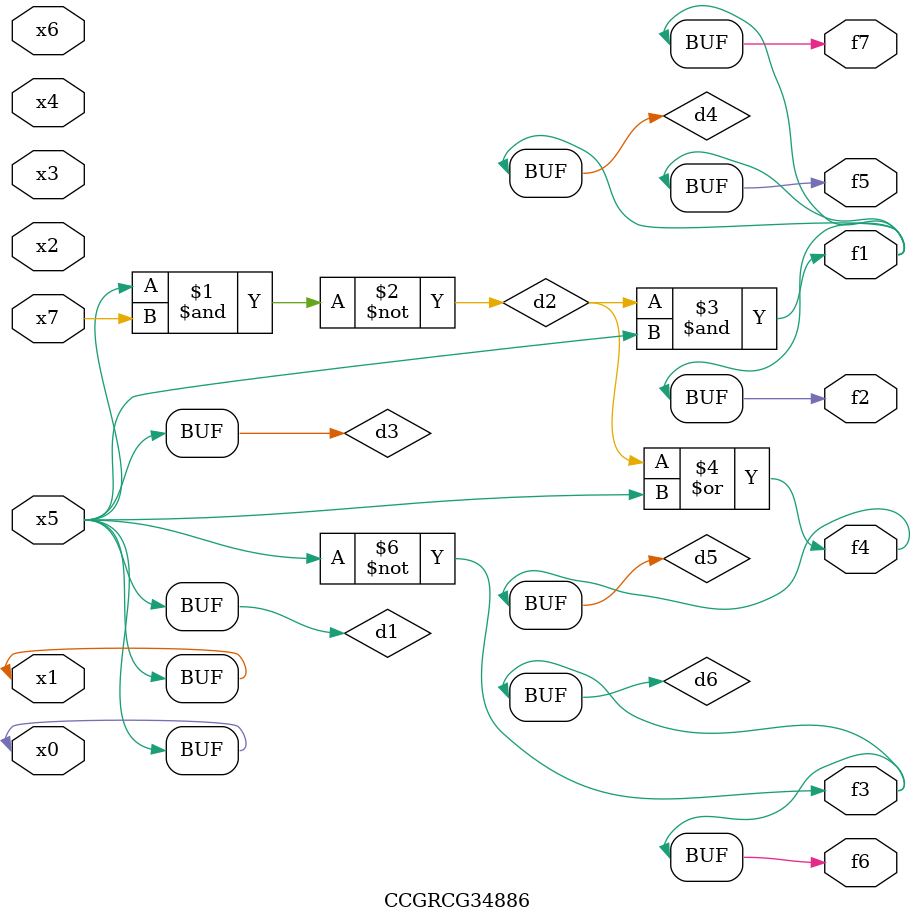
<source format=v>
module CCGRCG34886(
	input x0, x1, x2, x3, x4, x5, x6, x7,
	output f1, f2, f3, f4, f5, f6, f7
);

	wire d1, d2, d3, d4, d5, d6;

	buf (d1, x0, x5);
	nand (d2, x5, x7);
	buf (d3, x0, x1);
	and (d4, d2, d3);
	or (d5, d2, d3);
	nor (d6, d1, d3);
	assign f1 = d4;
	assign f2 = d4;
	assign f3 = d6;
	assign f4 = d5;
	assign f5 = d4;
	assign f6 = d6;
	assign f7 = d4;
endmodule

</source>
